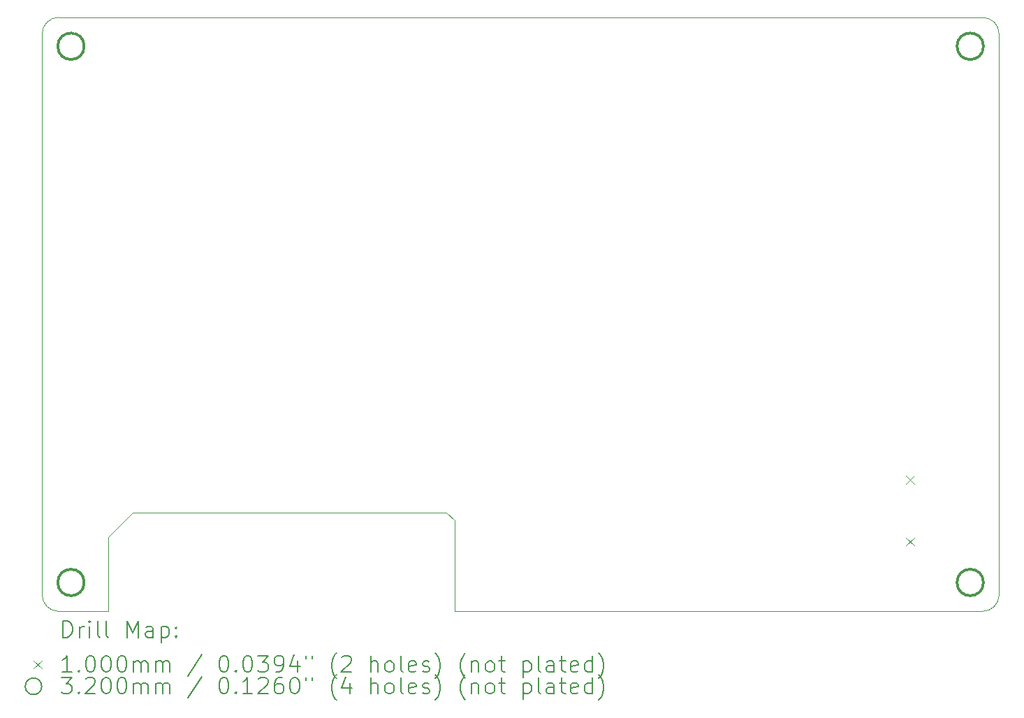
<source format=gbr>
%TF.GenerationSoftware,KiCad,Pcbnew,6.0.7-f9a2dced07~116~ubuntu20.04.1*%
%TF.CreationDate,2022-10-13T22:08:01-06:00*%
%TF.ProjectId,kelvin-kontroller,6b656c76-696e-42d6-9b6f-6e74726f6c6c,rev?*%
%TF.SameCoordinates,Original*%
%TF.FileFunction,Drillmap*%
%TF.FilePolarity,Positive*%
%FSLAX45Y45*%
G04 Gerber Fmt 4.5, Leading zero omitted, Abs format (unit mm)*
G04 Created by KiCad (PCBNEW 6.0.7-f9a2dced07~116~ubuntu20.04.1) date 2022-10-13 22:08:01*
%MOMM*%
%LPD*%
G01*
G04 APERTURE LIST*
%ADD10C,0.100000*%
%ADD11C,0.200000*%
%ADD12C,0.320000*%
G04 APERTURE END LIST*
D10*
X15000000Y-17200000D02*
X21400000Y-17200000D01*
X11100000Y-16000000D02*
X10800000Y-16300000D01*
X21600000Y-17000000D02*
X21600000Y-10200000D01*
X14900000Y-16000000D02*
X11100000Y-16000000D01*
X10000000Y-10200000D02*
X10000000Y-17000000D01*
X10000000Y-17000000D02*
G75*
G03*
X10200000Y-17200000I200000J0D01*
G01*
X15000000Y-16100000D02*
X14900000Y-16000000D01*
X10800000Y-17200000D02*
X10200000Y-17200000D01*
X15000000Y-17200000D02*
X15000000Y-16100000D01*
X10200000Y-10000000D02*
G75*
G03*
X10000000Y-10200000I0J-200000D01*
G01*
X21400000Y-10000000D02*
X10200000Y-10000000D01*
X21400000Y-17200000D02*
G75*
G03*
X21600000Y-17000000I0J200000D01*
G01*
X21600000Y-10200000D02*
G75*
G03*
X21400000Y-10000000I-200000J0D01*
G01*
X10800000Y-16300000D02*
X10800000Y-17200000D01*
D11*
D10*
X20470000Y-15555000D02*
X20570000Y-15655000D01*
X20570000Y-15555000D02*
X20470000Y-15655000D01*
X20470000Y-16305000D02*
X20570000Y-16405000D01*
X20570000Y-16305000D02*
X20470000Y-16405000D01*
D12*
X10510000Y-10350000D02*
G75*
G03*
X10510000Y-10350000I-160000J0D01*
G01*
X10510000Y-16850000D02*
G75*
G03*
X10510000Y-16850000I-160000J0D01*
G01*
X21410000Y-10350000D02*
G75*
G03*
X21410000Y-10350000I-160000J0D01*
G01*
X21410000Y-16850000D02*
G75*
G03*
X21410000Y-16850000I-160000J0D01*
G01*
D11*
X10252619Y-17515476D02*
X10252619Y-17315476D01*
X10300238Y-17315476D01*
X10328810Y-17325000D01*
X10347857Y-17344048D01*
X10357381Y-17363095D01*
X10366905Y-17401190D01*
X10366905Y-17429762D01*
X10357381Y-17467857D01*
X10347857Y-17486905D01*
X10328810Y-17505952D01*
X10300238Y-17515476D01*
X10252619Y-17515476D01*
X10452619Y-17515476D02*
X10452619Y-17382143D01*
X10452619Y-17420238D02*
X10462143Y-17401190D01*
X10471667Y-17391667D01*
X10490714Y-17382143D01*
X10509762Y-17382143D01*
X10576429Y-17515476D02*
X10576429Y-17382143D01*
X10576429Y-17315476D02*
X10566905Y-17325000D01*
X10576429Y-17334524D01*
X10585952Y-17325000D01*
X10576429Y-17315476D01*
X10576429Y-17334524D01*
X10700238Y-17515476D02*
X10681190Y-17505952D01*
X10671667Y-17486905D01*
X10671667Y-17315476D01*
X10805000Y-17515476D02*
X10785952Y-17505952D01*
X10776429Y-17486905D01*
X10776429Y-17315476D01*
X11033571Y-17515476D02*
X11033571Y-17315476D01*
X11100238Y-17458333D01*
X11166905Y-17315476D01*
X11166905Y-17515476D01*
X11347857Y-17515476D02*
X11347857Y-17410714D01*
X11338333Y-17391667D01*
X11319286Y-17382143D01*
X11281190Y-17382143D01*
X11262143Y-17391667D01*
X11347857Y-17505952D02*
X11328809Y-17515476D01*
X11281190Y-17515476D01*
X11262143Y-17505952D01*
X11252619Y-17486905D01*
X11252619Y-17467857D01*
X11262143Y-17448810D01*
X11281190Y-17439286D01*
X11328809Y-17439286D01*
X11347857Y-17429762D01*
X11443095Y-17382143D02*
X11443095Y-17582143D01*
X11443095Y-17391667D02*
X11462143Y-17382143D01*
X11500238Y-17382143D01*
X11519286Y-17391667D01*
X11528809Y-17401190D01*
X11538333Y-17420238D01*
X11538333Y-17477381D01*
X11528809Y-17496429D01*
X11519286Y-17505952D01*
X11500238Y-17515476D01*
X11462143Y-17515476D01*
X11443095Y-17505952D01*
X11624048Y-17496429D02*
X11633571Y-17505952D01*
X11624048Y-17515476D01*
X11614524Y-17505952D01*
X11624048Y-17496429D01*
X11624048Y-17515476D01*
X11624048Y-17391667D02*
X11633571Y-17401190D01*
X11624048Y-17410714D01*
X11614524Y-17401190D01*
X11624048Y-17391667D01*
X11624048Y-17410714D01*
D10*
X9895000Y-17795000D02*
X9995000Y-17895000D01*
X9995000Y-17795000D02*
X9895000Y-17895000D01*
D11*
X10357381Y-17935476D02*
X10243095Y-17935476D01*
X10300238Y-17935476D02*
X10300238Y-17735476D01*
X10281190Y-17764048D01*
X10262143Y-17783095D01*
X10243095Y-17792619D01*
X10443095Y-17916429D02*
X10452619Y-17925952D01*
X10443095Y-17935476D01*
X10433571Y-17925952D01*
X10443095Y-17916429D01*
X10443095Y-17935476D01*
X10576429Y-17735476D02*
X10595476Y-17735476D01*
X10614524Y-17745000D01*
X10624048Y-17754524D01*
X10633571Y-17773571D01*
X10643095Y-17811667D01*
X10643095Y-17859286D01*
X10633571Y-17897381D01*
X10624048Y-17916429D01*
X10614524Y-17925952D01*
X10595476Y-17935476D01*
X10576429Y-17935476D01*
X10557381Y-17925952D01*
X10547857Y-17916429D01*
X10538333Y-17897381D01*
X10528810Y-17859286D01*
X10528810Y-17811667D01*
X10538333Y-17773571D01*
X10547857Y-17754524D01*
X10557381Y-17745000D01*
X10576429Y-17735476D01*
X10766905Y-17735476D02*
X10785952Y-17735476D01*
X10805000Y-17745000D01*
X10814524Y-17754524D01*
X10824048Y-17773571D01*
X10833571Y-17811667D01*
X10833571Y-17859286D01*
X10824048Y-17897381D01*
X10814524Y-17916429D01*
X10805000Y-17925952D01*
X10785952Y-17935476D01*
X10766905Y-17935476D01*
X10747857Y-17925952D01*
X10738333Y-17916429D01*
X10728810Y-17897381D01*
X10719286Y-17859286D01*
X10719286Y-17811667D01*
X10728810Y-17773571D01*
X10738333Y-17754524D01*
X10747857Y-17745000D01*
X10766905Y-17735476D01*
X10957381Y-17735476D02*
X10976429Y-17735476D01*
X10995476Y-17745000D01*
X11005000Y-17754524D01*
X11014524Y-17773571D01*
X11024048Y-17811667D01*
X11024048Y-17859286D01*
X11014524Y-17897381D01*
X11005000Y-17916429D01*
X10995476Y-17925952D01*
X10976429Y-17935476D01*
X10957381Y-17935476D01*
X10938333Y-17925952D01*
X10928810Y-17916429D01*
X10919286Y-17897381D01*
X10909762Y-17859286D01*
X10909762Y-17811667D01*
X10919286Y-17773571D01*
X10928810Y-17754524D01*
X10938333Y-17745000D01*
X10957381Y-17735476D01*
X11109762Y-17935476D02*
X11109762Y-17802143D01*
X11109762Y-17821190D02*
X11119286Y-17811667D01*
X11138333Y-17802143D01*
X11166905Y-17802143D01*
X11185952Y-17811667D01*
X11195476Y-17830714D01*
X11195476Y-17935476D01*
X11195476Y-17830714D02*
X11205000Y-17811667D01*
X11224048Y-17802143D01*
X11252619Y-17802143D01*
X11271667Y-17811667D01*
X11281190Y-17830714D01*
X11281190Y-17935476D01*
X11376428Y-17935476D02*
X11376428Y-17802143D01*
X11376428Y-17821190D02*
X11385952Y-17811667D01*
X11405000Y-17802143D01*
X11433571Y-17802143D01*
X11452619Y-17811667D01*
X11462143Y-17830714D01*
X11462143Y-17935476D01*
X11462143Y-17830714D02*
X11471667Y-17811667D01*
X11490714Y-17802143D01*
X11519286Y-17802143D01*
X11538333Y-17811667D01*
X11547857Y-17830714D01*
X11547857Y-17935476D01*
X11938333Y-17725952D02*
X11766905Y-17983095D01*
X12195476Y-17735476D02*
X12214524Y-17735476D01*
X12233571Y-17745000D01*
X12243095Y-17754524D01*
X12252619Y-17773571D01*
X12262143Y-17811667D01*
X12262143Y-17859286D01*
X12252619Y-17897381D01*
X12243095Y-17916429D01*
X12233571Y-17925952D01*
X12214524Y-17935476D01*
X12195476Y-17935476D01*
X12176428Y-17925952D01*
X12166905Y-17916429D01*
X12157381Y-17897381D01*
X12147857Y-17859286D01*
X12147857Y-17811667D01*
X12157381Y-17773571D01*
X12166905Y-17754524D01*
X12176428Y-17745000D01*
X12195476Y-17735476D01*
X12347857Y-17916429D02*
X12357381Y-17925952D01*
X12347857Y-17935476D01*
X12338333Y-17925952D01*
X12347857Y-17916429D01*
X12347857Y-17935476D01*
X12481190Y-17735476D02*
X12500238Y-17735476D01*
X12519286Y-17745000D01*
X12528809Y-17754524D01*
X12538333Y-17773571D01*
X12547857Y-17811667D01*
X12547857Y-17859286D01*
X12538333Y-17897381D01*
X12528809Y-17916429D01*
X12519286Y-17925952D01*
X12500238Y-17935476D01*
X12481190Y-17935476D01*
X12462143Y-17925952D01*
X12452619Y-17916429D01*
X12443095Y-17897381D01*
X12433571Y-17859286D01*
X12433571Y-17811667D01*
X12443095Y-17773571D01*
X12452619Y-17754524D01*
X12462143Y-17745000D01*
X12481190Y-17735476D01*
X12614524Y-17735476D02*
X12738333Y-17735476D01*
X12671667Y-17811667D01*
X12700238Y-17811667D01*
X12719286Y-17821190D01*
X12728809Y-17830714D01*
X12738333Y-17849762D01*
X12738333Y-17897381D01*
X12728809Y-17916429D01*
X12719286Y-17925952D01*
X12700238Y-17935476D01*
X12643095Y-17935476D01*
X12624048Y-17925952D01*
X12614524Y-17916429D01*
X12833571Y-17935476D02*
X12871667Y-17935476D01*
X12890714Y-17925952D01*
X12900238Y-17916429D01*
X12919286Y-17887857D01*
X12928809Y-17849762D01*
X12928809Y-17773571D01*
X12919286Y-17754524D01*
X12909762Y-17745000D01*
X12890714Y-17735476D01*
X12852619Y-17735476D01*
X12833571Y-17745000D01*
X12824048Y-17754524D01*
X12814524Y-17773571D01*
X12814524Y-17821190D01*
X12824048Y-17840238D01*
X12833571Y-17849762D01*
X12852619Y-17859286D01*
X12890714Y-17859286D01*
X12909762Y-17849762D01*
X12919286Y-17840238D01*
X12928809Y-17821190D01*
X13100238Y-17802143D02*
X13100238Y-17935476D01*
X13052619Y-17725952D02*
X13005000Y-17868810D01*
X13128809Y-17868810D01*
X13195476Y-17735476D02*
X13195476Y-17773571D01*
X13271667Y-17735476D02*
X13271667Y-17773571D01*
X13566905Y-18011667D02*
X13557381Y-18002143D01*
X13538333Y-17973571D01*
X13528809Y-17954524D01*
X13519286Y-17925952D01*
X13509762Y-17878333D01*
X13509762Y-17840238D01*
X13519286Y-17792619D01*
X13528809Y-17764048D01*
X13538333Y-17745000D01*
X13557381Y-17716429D01*
X13566905Y-17706905D01*
X13633571Y-17754524D02*
X13643095Y-17745000D01*
X13662143Y-17735476D01*
X13709762Y-17735476D01*
X13728809Y-17745000D01*
X13738333Y-17754524D01*
X13747857Y-17773571D01*
X13747857Y-17792619D01*
X13738333Y-17821190D01*
X13624048Y-17935476D01*
X13747857Y-17935476D01*
X13985952Y-17935476D02*
X13985952Y-17735476D01*
X14071667Y-17935476D02*
X14071667Y-17830714D01*
X14062143Y-17811667D01*
X14043095Y-17802143D01*
X14014524Y-17802143D01*
X13995476Y-17811667D01*
X13985952Y-17821190D01*
X14195476Y-17935476D02*
X14176428Y-17925952D01*
X14166905Y-17916429D01*
X14157381Y-17897381D01*
X14157381Y-17840238D01*
X14166905Y-17821190D01*
X14176428Y-17811667D01*
X14195476Y-17802143D01*
X14224048Y-17802143D01*
X14243095Y-17811667D01*
X14252619Y-17821190D01*
X14262143Y-17840238D01*
X14262143Y-17897381D01*
X14252619Y-17916429D01*
X14243095Y-17925952D01*
X14224048Y-17935476D01*
X14195476Y-17935476D01*
X14376428Y-17935476D02*
X14357381Y-17925952D01*
X14347857Y-17906905D01*
X14347857Y-17735476D01*
X14528809Y-17925952D02*
X14509762Y-17935476D01*
X14471667Y-17935476D01*
X14452619Y-17925952D01*
X14443095Y-17906905D01*
X14443095Y-17830714D01*
X14452619Y-17811667D01*
X14471667Y-17802143D01*
X14509762Y-17802143D01*
X14528809Y-17811667D01*
X14538333Y-17830714D01*
X14538333Y-17849762D01*
X14443095Y-17868810D01*
X14614524Y-17925952D02*
X14633571Y-17935476D01*
X14671667Y-17935476D01*
X14690714Y-17925952D01*
X14700238Y-17906905D01*
X14700238Y-17897381D01*
X14690714Y-17878333D01*
X14671667Y-17868810D01*
X14643095Y-17868810D01*
X14624048Y-17859286D01*
X14614524Y-17840238D01*
X14614524Y-17830714D01*
X14624048Y-17811667D01*
X14643095Y-17802143D01*
X14671667Y-17802143D01*
X14690714Y-17811667D01*
X14766905Y-18011667D02*
X14776428Y-18002143D01*
X14795476Y-17973571D01*
X14805000Y-17954524D01*
X14814524Y-17925952D01*
X14824048Y-17878333D01*
X14824048Y-17840238D01*
X14814524Y-17792619D01*
X14805000Y-17764048D01*
X14795476Y-17745000D01*
X14776428Y-17716429D01*
X14766905Y-17706905D01*
X15128809Y-18011667D02*
X15119286Y-18002143D01*
X15100238Y-17973571D01*
X15090714Y-17954524D01*
X15081190Y-17925952D01*
X15071667Y-17878333D01*
X15071667Y-17840238D01*
X15081190Y-17792619D01*
X15090714Y-17764048D01*
X15100238Y-17745000D01*
X15119286Y-17716429D01*
X15128809Y-17706905D01*
X15205000Y-17802143D02*
X15205000Y-17935476D01*
X15205000Y-17821190D02*
X15214524Y-17811667D01*
X15233571Y-17802143D01*
X15262143Y-17802143D01*
X15281190Y-17811667D01*
X15290714Y-17830714D01*
X15290714Y-17935476D01*
X15414524Y-17935476D02*
X15395476Y-17925952D01*
X15385952Y-17916429D01*
X15376428Y-17897381D01*
X15376428Y-17840238D01*
X15385952Y-17821190D01*
X15395476Y-17811667D01*
X15414524Y-17802143D01*
X15443095Y-17802143D01*
X15462143Y-17811667D01*
X15471667Y-17821190D01*
X15481190Y-17840238D01*
X15481190Y-17897381D01*
X15471667Y-17916429D01*
X15462143Y-17925952D01*
X15443095Y-17935476D01*
X15414524Y-17935476D01*
X15538333Y-17802143D02*
X15614524Y-17802143D01*
X15566905Y-17735476D02*
X15566905Y-17906905D01*
X15576428Y-17925952D01*
X15595476Y-17935476D01*
X15614524Y-17935476D01*
X15833571Y-17802143D02*
X15833571Y-18002143D01*
X15833571Y-17811667D02*
X15852619Y-17802143D01*
X15890714Y-17802143D01*
X15909762Y-17811667D01*
X15919286Y-17821190D01*
X15928809Y-17840238D01*
X15928809Y-17897381D01*
X15919286Y-17916429D01*
X15909762Y-17925952D01*
X15890714Y-17935476D01*
X15852619Y-17935476D01*
X15833571Y-17925952D01*
X16043095Y-17935476D02*
X16024048Y-17925952D01*
X16014524Y-17906905D01*
X16014524Y-17735476D01*
X16205000Y-17935476D02*
X16205000Y-17830714D01*
X16195476Y-17811667D01*
X16176428Y-17802143D01*
X16138333Y-17802143D01*
X16119286Y-17811667D01*
X16205000Y-17925952D02*
X16185952Y-17935476D01*
X16138333Y-17935476D01*
X16119286Y-17925952D01*
X16109762Y-17906905D01*
X16109762Y-17887857D01*
X16119286Y-17868810D01*
X16138333Y-17859286D01*
X16185952Y-17859286D01*
X16205000Y-17849762D01*
X16271667Y-17802143D02*
X16347857Y-17802143D01*
X16300238Y-17735476D02*
X16300238Y-17906905D01*
X16309762Y-17925952D01*
X16328809Y-17935476D01*
X16347857Y-17935476D01*
X16490714Y-17925952D02*
X16471667Y-17935476D01*
X16433571Y-17935476D01*
X16414524Y-17925952D01*
X16405000Y-17906905D01*
X16405000Y-17830714D01*
X16414524Y-17811667D01*
X16433571Y-17802143D01*
X16471667Y-17802143D01*
X16490714Y-17811667D01*
X16500238Y-17830714D01*
X16500238Y-17849762D01*
X16405000Y-17868810D01*
X16671667Y-17935476D02*
X16671667Y-17735476D01*
X16671667Y-17925952D02*
X16652619Y-17935476D01*
X16614524Y-17935476D01*
X16595476Y-17925952D01*
X16585952Y-17916429D01*
X16576428Y-17897381D01*
X16576428Y-17840238D01*
X16585952Y-17821190D01*
X16595476Y-17811667D01*
X16614524Y-17802143D01*
X16652619Y-17802143D01*
X16671667Y-17811667D01*
X16747857Y-18011667D02*
X16757381Y-18002143D01*
X16776428Y-17973571D01*
X16785952Y-17954524D01*
X16795476Y-17925952D01*
X16805000Y-17878333D01*
X16805000Y-17840238D01*
X16795476Y-17792619D01*
X16785952Y-17764048D01*
X16776428Y-17745000D01*
X16757381Y-17716429D01*
X16747857Y-17706905D01*
X9995000Y-18109000D02*
G75*
G03*
X9995000Y-18109000I-100000J0D01*
G01*
X10233571Y-17999476D02*
X10357381Y-17999476D01*
X10290714Y-18075667D01*
X10319286Y-18075667D01*
X10338333Y-18085190D01*
X10347857Y-18094714D01*
X10357381Y-18113762D01*
X10357381Y-18161381D01*
X10347857Y-18180429D01*
X10338333Y-18189952D01*
X10319286Y-18199476D01*
X10262143Y-18199476D01*
X10243095Y-18189952D01*
X10233571Y-18180429D01*
X10443095Y-18180429D02*
X10452619Y-18189952D01*
X10443095Y-18199476D01*
X10433571Y-18189952D01*
X10443095Y-18180429D01*
X10443095Y-18199476D01*
X10528810Y-18018524D02*
X10538333Y-18009000D01*
X10557381Y-17999476D01*
X10605000Y-17999476D01*
X10624048Y-18009000D01*
X10633571Y-18018524D01*
X10643095Y-18037571D01*
X10643095Y-18056619D01*
X10633571Y-18085190D01*
X10519286Y-18199476D01*
X10643095Y-18199476D01*
X10766905Y-17999476D02*
X10785952Y-17999476D01*
X10805000Y-18009000D01*
X10814524Y-18018524D01*
X10824048Y-18037571D01*
X10833571Y-18075667D01*
X10833571Y-18123286D01*
X10824048Y-18161381D01*
X10814524Y-18180429D01*
X10805000Y-18189952D01*
X10785952Y-18199476D01*
X10766905Y-18199476D01*
X10747857Y-18189952D01*
X10738333Y-18180429D01*
X10728810Y-18161381D01*
X10719286Y-18123286D01*
X10719286Y-18075667D01*
X10728810Y-18037571D01*
X10738333Y-18018524D01*
X10747857Y-18009000D01*
X10766905Y-17999476D01*
X10957381Y-17999476D02*
X10976429Y-17999476D01*
X10995476Y-18009000D01*
X11005000Y-18018524D01*
X11014524Y-18037571D01*
X11024048Y-18075667D01*
X11024048Y-18123286D01*
X11014524Y-18161381D01*
X11005000Y-18180429D01*
X10995476Y-18189952D01*
X10976429Y-18199476D01*
X10957381Y-18199476D01*
X10938333Y-18189952D01*
X10928810Y-18180429D01*
X10919286Y-18161381D01*
X10909762Y-18123286D01*
X10909762Y-18075667D01*
X10919286Y-18037571D01*
X10928810Y-18018524D01*
X10938333Y-18009000D01*
X10957381Y-17999476D01*
X11109762Y-18199476D02*
X11109762Y-18066143D01*
X11109762Y-18085190D02*
X11119286Y-18075667D01*
X11138333Y-18066143D01*
X11166905Y-18066143D01*
X11185952Y-18075667D01*
X11195476Y-18094714D01*
X11195476Y-18199476D01*
X11195476Y-18094714D02*
X11205000Y-18075667D01*
X11224048Y-18066143D01*
X11252619Y-18066143D01*
X11271667Y-18075667D01*
X11281190Y-18094714D01*
X11281190Y-18199476D01*
X11376428Y-18199476D02*
X11376428Y-18066143D01*
X11376428Y-18085190D02*
X11385952Y-18075667D01*
X11405000Y-18066143D01*
X11433571Y-18066143D01*
X11452619Y-18075667D01*
X11462143Y-18094714D01*
X11462143Y-18199476D01*
X11462143Y-18094714D02*
X11471667Y-18075667D01*
X11490714Y-18066143D01*
X11519286Y-18066143D01*
X11538333Y-18075667D01*
X11547857Y-18094714D01*
X11547857Y-18199476D01*
X11938333Y-17989952D02*
X11766905Y-18247095D01*
X12195476Y-17999476D02*
X12214524Y-17999476D01*
X12233571Y-18009000D01*
X12243095Y-18018524D01*
X12252619Y-18037571D01*
X12262143Y-18075667D01*
X12262143Y-18123286D01*
X12252619Y-18161381D01*
X12243095Y-18180429D01*
X12233571Y-18189952D01*
X12214524Y-18199476D01*
X12195476Y-18199476D01*
X12176428Y-18189952D01*
X12166905Y-18180429D01*
X12157381Y-18161381D01*
X12147857Y-18123286D01*
X12147857Y-18075667D01*
X12157381Y-18037571D01*
X12166905Y-18018524D01*
X12176428Y-18009000D01*
X12195476Y-17999476D01*
X12347857Y-18180429D02*
X12357381Y-18189952D01*
X12347857Y-18199476D01*
X12338333Y-18189952D01*
X12347857Y-18180429D01*
X12347857Y-18199476D01*
X12547857Y-18199476D02*
X12433571Y-18199476D01*
X12490714Y-18199476D02*
X12490714Y-17999476D01*
X12471667Y-18028048D01*
X12452619Y-18047095D01*
X12433571Y-18056619D01*
X12624048Y-18018524D02*
X12633571Y-18009000D01*
X12652619Y-17999476D01*
X12700238Y-17999476D01*
X12719286Y-18009000D01*
X12728809Y-18018524D01*
X12738333Y-18037571D01*
X12738333Y-18056619D01*
X12728809Y-18085190D01*
X12614524Y-18199476D01*
X12738333Y-18199476D01*
X12909762Y-17999476D02*
X12871667Y-17999476D01*
X12852619Y-18009000D01*
X12843095Y-18018524D01*
X12824048Y-18047095D01*
X12814524Y-18085190D01*
X12814524Y-18161381D01*
X12824048Y-18180429D01*
X12833571Y-18189952D01*
X12852619Y-18199476D01*
X12890714Y-18199476D01*
X12909762Y-18189952D01*
X12919286Y-18180429D01*
X12928809Y-18161381D01*
X12928809Y-18113762D01*
X12919286Y-18094714D01*
X12909762Y-18085190D01*
X12890714Y-18075667D01*
X12852619Y-18075667D01*
X12833571Y-18085190D01*
X12824048Y-18094714D01*
X12814524Y-18113762D01*
X13052619Y-17999476D02*
X13071667Y-17999476D01*
X13090714Y-18009000D01*
X13100238Y-18018524D01*
X13109762Y-18037571D01*
X13119286Y-18075667D01*
X13119286Y-18123286D01*
X13109762Y-18161381D01*
X13100238Y-18180429D01*
X13090714Y-18189952D01*
X13071667Y-18199476D01*
X13052619Y-18199476D01*
X13033571Y-18189952D01*
X13024048Y-18180429D01*
X13014524Y-18161381D01*
X13005000Y-18123286D01*
X13005000Y-18075667D01*
X13014524Y-18037571D01*
X13024048Y-18018524D01*
X13033571Y-18009000D01*
X13052619Y-17999476D01*
X13195476Y-17999476D02*
X13195476Y-18037571D01*
X13271667Y-17999476D02*
X13271667Y-18037571D01*
X13566905Y-18275667D02*
X13557381Y-18266143D01*
X13538333Y-18237571D01*
X13528809Y-18218524D01*
X13519286Y-18189952D01*
X13509762Y-18142333D01*
X13509762Y-18104238D01*
X13519286Y-18056619D01*
X13528809Y-18028048D01*
X13538333Y-18009000D01*
X13557381Y-17980429D01*
X13566905Y-17970905D01*
X13728809Y-18066143D02*
X13728809Y-18199476D01*
X13681190Y-17989952D02*
X13633571Y-18132810D01*
X13757381Y-18132810D01*
X13985952Y-18199476D02*
X13985952Y-17999476D01*
X14071667Y-18199476D02*
X14071667Y-18094714D01*
X14062143Y-18075667D01*
X14043095Y-18066143D01*
X14014524Y-18066143D01*
X13995476Y-18075667D01*
X13985952Y-18085190D01*
X14195476Y-18199476D02*
X14176428Y-18189952D01*
X14166905Y-18180429D01*
X14157381Y-18161381D01*
X14157381Y-18104238D01*
X14166905Y-18085190D01*
X14176428Y-18075667D01*
X14195476Y-18066143D01*
X14224048Y-18066143D01*
X14243095Y-18075667D01*
X14252619Y-18085190D01*
X14262143Y-18104238D01*
X14262143Y-18161381D01*
X14252619Y-18180429D01*
X14243095Y-18189952D01*
X14224048Y-18199476D01*
X14195476Y-18199476D01*
X14376428Y-18199476D02*
X14357381Y-18189952D01*
X14347857Y-18170905D01*
X14347857Y-17999476D01*
X14528809Y-18189952D02*
X14509762Y-18199476D01*
X14471667Y-18199476D01*
X14452619Y-18189952D01*
X14443095Y-18170905D01*
X14443095Y-18094714D01*
X14452619Y-18075667D01*
X14471667Y-18066143D01*
X14509762Y-18066143D01*
X14528809Y-18075667D01*
X14538333Y-18094714D01*
X14538333Y-18113762D01*
X14443095Y-18132810D01*
X14614524Y-18189952D02*
X14633571Y-18199476D01*
X14671667Y-18199476D01*
X14690714Y-18189952D01*
X14700238Y-18170905D01*
X14700238Y-18161381D01*
X14690714Y-18142333D01*
X14671667Y-18132810D01*
X14643095Y-18132810D01*
X14624048Y-18123286D01*
X14614524Y-18104238D01*
X14614524Y-18094714D01*
X14624048Y-18075667D01*
X14643095Y-18066143D01*
X14671667Y-18066143D01*
X14690714Y-18075667D01*
X14766905Y-18275667D02*
X14776428Y-18266143D01*
X14795476Y-18237571D01*
X14805000Y-18218524D01*
X14814524Y-18189952D01*
X14824048Y-18142333D01*
X14824048Y-18104238D01*
X14814524Y-18056619D01*
X14805000Y-18028048D01*
X14795476Y-18009000D01*
X14776428Y-17980429D01*
X14766905Y-17970905D01*
X15128809Y-18275667D02*
X15119286Y-18266143D01*
X15100238Y-18237571D01*
X15090714Y-18218524D01*
X15081190Y-18189952D01*
X15071667Y-18142333D01*
X15071667Y-18104238D01*
X15081190Y-18056619D01*
X15090714Y-18028048D01*
X15100238Y-18009000D01*
X15119286Y-17980429D01*
X15128809Y-17970905D01*
X15205000Y-18066143D02*
X15205000Y-18199476D01*
X15205000Y-18085190D02*
X15214524Y-18075667D01*
X15233571Y-18066143D01*
X15262143Y-18066143D01*
X15281190Y-18075667D01*
X15290714Y-18094714D01*
X15290714Y-18199476D01*
X15414524Y-18199476D02*
X15395476Y-18189952D01*
X15385952Y-18180429D01*
X15376428Y-18161381D01*
X15376428Y-18104238D01*
X15385952Y-18085190D01*
X15395476Y-18075667D01*
X15414524Y-18066143D01*
X15443095Y-18066143D01*
X15462143Y-18075667D01*
X15471667Y-18085190D01*
X15481190Y-18104238D01*
X15481190Y-18161381D01*
X15471667Y-18180429D01*
X15462143Y-18189952D01*
X15443095Y-18199476D01*
X15414524Y-18199476D01*
X15538333Y-18066143D02*
X15614524Y-18066143D01*
X15566905Y-17999476D02*
X15566905Y-18170905D01*
X15576428Y-18189952D01*
X15595476Y-18199476D01*
X15614524Y-18199476D01*
X15833571Y-18066143D02*
X15833571Y-18266143D01*
X15833571Y-18075667D02*
X15852619Y-18066143D01*
X15890714Y-18066143D01*
X15909762Y-18075667D01*
X15919286Y-18085190D01*
X15928809Y-18104238D01*
X15928809Y-18161381D01*
X15919286Y-18180429D01*
X15909762Y-18189952D01*
X15890714Y-18199476D01*
X15852619Y-18199476D01*
X15833571Y-18189952D01*
X16043095Y-18199476D02*
X16024048Y-18189952D01*
X16014524Y-18170905D01*
X16014524Y-17999476D01*
X16205000Y-18199476D02*
X16205000Y-18094714D01*
X16195476Y-18075667D01*
X16176428Y-18066143D01*
X16138333Y-18066143D01*
X16119286Y-18075667D01*
X16205000Y-18189952D02*
X16185952Y-18199476D01*
X16138333Y-18199476D01*
X16119286Y-18189952D01*
X16109762Y-18170905D01*
X16109762Y-18151857D01*
X16119286Y-18132810D01*
X16138333Y-18123286D01*
X16185952Y-18123286D01*
X16205000Y-18113762D01*
X16271667Y-18066143D02*
X16347857Y-18066143D01*
X16300238Y-17999476D02*
X16300238Y-18170905D01*
X16309762Y-18189952D01*
X16328809Y-18199476D01*
X16347857Y-18199476D01*
X16490714Y-18189952D02*
X16471667Y-18199476D01*
X16433571Y-18199476D01*
X16414524Y-18189952D01*
X16405000Y-18170905D01*
X16405000Y-18094714D01*
X16414524Y-18075667D01*
X16433571Y-18066143D01*
X16471667Y-18066143D01*
X16490714Y-18075667D01*
X16500238Y-18094714D01*
X16500238Y-18113762D01*
X16405000Y-18132810D01*
X16671667Y-18199476D02*
X16671667Y-17999476D01*
X16671667Y-18189952D02*
X16652619Y-18199476D01*
X16614524Y-18199476D01*
X16595476Y-18189952D01*
X16585952Y-18180429D01*
X16576428Y-18161381D01*
X16576428Y-18104238D01*
X16585952Y-18085190D01*
X16595476Y-18075667D01*
X16614524Y-18066143D01*
X16652619Y-18066143D01*
X16671667Y-18075667D01*
X16747857Y-18275667D02*
X16757381Y-18266143D01*
X16776428Y-18237571D01*
X16785952Y-18218524D01*
X16795476Y-18189952D01*
X16805000Y-18142333D01*
X16805000Y-18104238D01*
X16795476Y-18056619D01*
X16785952Y-18028048D01*
X16776428Y-18009000D01*
X16757381Y-17980429D01*
X16747857Y-17970905D01*
M02*

</source>
